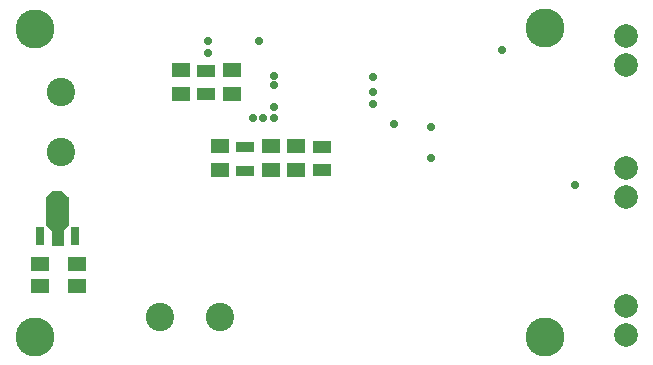
<source format=gbs>
G04*
G04 #@! TF.GenerationSoftware,Altium Limited,Altium Designer,22.1.2 (22)*
G04*
G04 Layer_Color=8388619*
%FSLAX44Y44*%
%MOMM*%
G71*
G04*
G04 #@! TF.SameCoordinates,4243E080-38CA-47FB-8023-FD6126139483*
G04*
G04*
G04 #@! TF.FilePolarity,Negative*
G04*
G01*
G75*
%ADD28R,1.5032X1.3032*%
%ADD41C,2.0032*%
%ADD42C,2.4032*%
%ADD43C,3.3032*%
%ADD44C,0.7032*%
%ADD58R,1.6032X1.1032*%
%ADD59R,1.5032X0.9032*%
%ADD60R,1.6032X1.2032*%
%ADD61R,0.8032X1.6032*%
%ADD62R,1.0032X1.6782*%
G36*
X51775Y159115D02*
X51905Y159088D01*
X52032Y159046D01*
X52151Y158987D01*
X52262Y158913D01*
X52362Y158825D01*
X57362Y153825D01*
X57450Y153725D01*
X57524Y153614D01*
X57583Y153495D01*
X57625Y153369D01*
X57652Y153238D01*
X57660Y153105D01*
Y130105D01*
X57652Y129972D01*
X57625Y129841D01*
X57583Y129715D01*
X57524Y129596D01*
X57450Y129485D01*
X57362Y129385D01*
X52362Y124385D01*
X52262Y124297D01*
X52151Y124223D01*
X52032Y124164D01*
X51905Y124122D01*
X51775Y124095D01*
X51642Y124087D01*
X44642D01*
X44509Y124095D01*
X44378Y124122D01*
X44252Y124164D01*
X44133Y124223D01*
X44022Y124297D01*
X43922Y124385D01*
X38922Y129385D01*
X38834Y129485D01*
X38760Y129596D01*
X38701Y129715D01*
X38658Y129841D01*
X38633Y129972D01*
X38624Y130105D01*
Y153105D01*
X38633Y153238D01*
X38658Y153369D01*
X38701Y153495D01*
X38760Y153614D01*
X38834Y153725D01*
X38922Y153825D01*
X43922Y158825D01*
X44022Y158913D01*
X44133Y158987D01*
X44252Y159046D01*
X44378Y159088D01*
X44509Y159115D01*
X44642Y159123D01*
X51642D01*
X51775Y159115D01*
D02*
G37*
D28*
X195580Y241460D02*
D03*
Y261460D02*
D03*
X152400Y261460D02*
D03*
Y241460D02*
D03*
X250190Y196962D02*
D03*
Y176962D02*
D03*
X228600Y176962D02*
D03*
Y196962D02*
D03*
X185420Y176690D02*
D03*
Y196690D02*
D03*
D41*
X529590Y37030D02*
D03*
Y62030D02*
D03*
Y153870D02*
D03*
Y178870D02*
D03*
Y265630D02*
D03*
Y290630D02*
D03*
D42*
X50800Y242570D02*
D03*
Y191770D02*
D03*
X134620Y52070D02*
D03*
X185420D02*
D03*
D43*
X461010Y35560D02*
D03*
Y297180D02*
D03*
X29210Y295910D02*
D03*
Y35560D02*
D03*
D44*
X332740Y215900D02*
D03*
X314960Y232410D02*
D03*
Y242570D02*
D03*
X364490Y186690D02*
D03*
X213360Y220980D02*
D03*
X175260Y275590D02*
D03*
X486410Y163830D02*
D03*
X222250Y220980D02*
D03*
X231140D02*
D03*
X175260Y285750D02*
D03*
X231140Y229870D02*
D03*
X424180Y278130D02*
D03*
X231140Y256540D02*
D03*
Y248920D02*
D03*
X218440Y285750D02*
D03*
X314960Y255270D02*
D03*
X364490Y213360D02*
D03*
D58*
X173990Y260938D02*
D03*
Y241438D02*
D03*
X271780Y196440D02*
D03*
Y176940D02*
D03*
D59*
X207010Y196440D02*
D03*
Y175940D02*
D03*
D60*
X33020Y78380D02*
D03*
Y96880D02*
D03*
X64510Y96880D02*
D03*
Y78380D02*
D03*
D61*
X33274Y120523D02*
D03*
X63246D02*
D03*
D62*
X48260Y120777D02*
D03*
M02*

</source>
